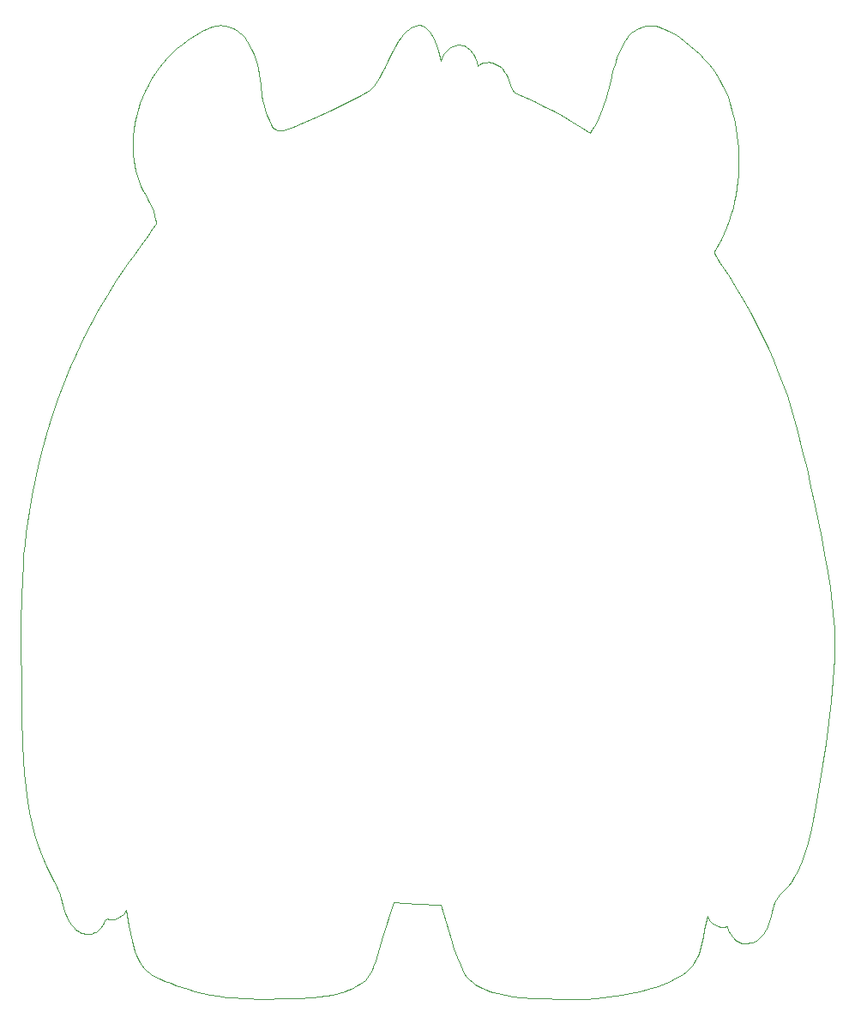
<source format=gbr>
%TF.GenerationSoftware,KiCad,Pcbnew,8.0.1*%
%TF.CreationDate,2024-04-02T10:26:23+02:00*%
%TF.ProjectId,Monster,4d6f6e73-7465-4722-9e6b-696361645f70,rev?*%
%TF.SameCoordinates,Original*%
%TF.FileFunction,Profile,NP*%
%FSLAX46Y46*%
G04 Gerber Fmt 4.6, Leading zero omitted, Abs format (unit mm)*
G04 Created by KiCad (PCBNEW 8.0.1) date 2024-04-02 10:26:23*
%MOMM*%
%LPD*%
G01*
G04 APERTURE LIST*
%TA.AperFunction,Profile*%
%ADD10C,0.100000*%
%TD*%
G04 APERTURE END LIST*
D10*
X33506700Y-29606000D02*
X33274000Y-30226000D01*
X95837700Y-109434300D02*
X95946000Y-109147800D01*
X62374900Y-24078020D02*
X62272700Y-23843980D01*
X80543200Y-25224500D02*
X80366200Y-25672900D01*
X67784500Y-117900800D02*
X68158800Y-118018200D01*
X25430900Y-108732800D02*
X25600500Y-109353500D01*
X61338700Y-22692000D02*
X61114100Y-22559690D01*
X21777900Y-74819800D02*
X21698500Y-75905600D01*
X95224400Y-111483200D02*
X95406700Y-110996300D01*
X21995100Y-72652900D02*
X21876200Y-73735500D01*
X35130900Y-26728700D02*
X34747300Y-27269160D01*
X90639400Y-43676200D02*
X90927900Y-43077100D01*
X90069700Y-111354000D02*
X90344200Y-111467700D01*
X89267500Y-110499500D02*
X89409800Y-110768000D01*
X63178700Y-25551220D02*
X63049800Y-25794430D01*
X65766000Y-24902270D02*
X65604900Y-24773650D01*
X26309500Y-111098300D02*
X26489700Y-111348900D01*
X43469600Y-23613230D02*
X43291500Y-23426790D01*
X67866500Y-26208570D02*
X67679100Y-26190510D01*
X58492500Y-24606140D02*
X58236500Y-25090880D01*
X90009200Y-45024200D02*
X89976800Y-44834700D01*
X25041600Y-107538600D02*
X25153000Y-107825800D01*
X28628700Y-112183100D02*
X28780900Y-112123000D01*
X90772600Y-28476120D02*
X90470400Y-27915800D01*
X43919100Y-24238380D02*
X43784300Y-24020610D01*
X83677700Y-22583460D02*
X83434700Y-22595300D01*
X30235300Y-110826500D02*
X30490800Y-110822600D01*
X27498800Y-112150700D02*
X27656800Y-112205700D01*
X89120300Y-111164100D02*
X89267500Y-110499500D01*
X90746300Y-46323000D02*
X90524800Y-45959100D01*
X96520000Y-57369900D02*
X96187800Y-56504100D01*
X28926300Y-112047500D02*
X29063700Y-111956900D01*
X27818500Y-112243500D02*
X27982200Y-112264300D01*
X101384100Y-78039900D02*
X101125200Y-76404200D01*
X79474300Y-28940910D02*
X79222000Y-29877000D01*
X60806600Y-22507330D02*
X60806600Y-22507330D01*
X21554200Y-79169900D02*
X21518000Y-81349700D01*
X30896400Y-47768400D02*
X30021000Y-49146000D01*
X82583900Y-117892400D02*
X83474800Y-117660200D01*
X50339800Y-118505400D02*
X50979500Y-118429900D01*
X30021000Y-49146000D02*
X29189900Y-50549900D01*
X100833500Y-74773000D02*
X100521300Y-73145100D01*
X87046400Y-24105030D02*
X86517500Y-23719340D01*
X21600400Y-90712200D02*
X21674900Y-93537900D01*
X38431600Y-23659690D02*
X37910200Y-24025270D01*
X91699900Y-30853000D02*
X91509200Y-30241900D01*
X90075800Y-45213100D02*
X90009200Y-45024200D01*
X54706400Y-117366400D02*
X54981900Y-117195700D01*
X89385100Y-26343960D02*
X88962000Y-25862150D01*
X39468100Y-118107800D02*
X40231200Y-118261000D01*
X29307900Y-111731400D02*
X29411900Y-111597100D01*
X42899000Y-23096310D02*
X42686500Y-22955440D01*
X62158000Y-23618800D02*
X62029200Y-23404370D01*
X36445300Y-25237800D02*
X35980700Y-25711420D01*
X33261000Y-115020800D02*
X33461400Y-115344900D01*
X90344200Y-111467700D02*
X90634500Y-111536400D01*
X101587500Y-88219500D02*
X101673500Y-87174500D01*
X87771600Y-115383600D02*
X87973100Y-115103700D01*
X64897700Y-115344500D02*
X65271000Y-116162700D01*
X32659900Y-113633000D02*
X32783600Y-113991600D01*
X33274000Y-30226000D02*
X33073700Y-30857200D01*
X21674900Y-93537900D02*
X21738300Y-94949100D01*
X47225900Y-118636500D02*
X48786500Y-118576900D01*
X70850700Y-118482500D02*
X72092800Y-118577200D01*
X33630600Y-38895600D02*
X33815300Y-39282600D01*
X45662300Y-118665900D02*
X47225900Y-118636500D01*
X93731200Y-113073500D02*
X93968800Y-112979900D01*
X32596100Y-35327700D02*
X32633000Y-35863200D01*
X62962800Y-109345200D02*
X63237900Y-110202000D01*
X52905900Y-118080600D02*
X53528800Y-117894500D01*
X98189000Y-62672800D02*
X97686500Y-60887800D01*
X44503000Y-25389090D02*
X44293400Y-24919080D01*
X68235100Y-26303860D02*
X68052500Y-26246740D01*
X29411900Y-111597100D02*
X29501900Y-111448700D01*
X32821900Y-36915600D02*
X32971800Y-37429000D01*
X27982200Y-112264300D02*
X28146500Y-112268400D01*
X32923900Y-114343100D02*
X33082400Y-114686500D01*
X31785500Y-110091700D02*
X31933500Y-109886200D01*
X26931400Y-111795900D02*
X27199200Y-111987800D01*
X94715400Y-53233500D02*
X94121700Y-52043600D01*
X94561100Y-112548600D02*
X94722600Y-112363200D01*
X67307400Y-26219230D02*
X67127000Y-26268290D01*
X36838300Y-117299200D02*
X37402200Y-117498800D01*
X26960200Y-54903200D02*
X26304000Y-56396500D01*
X87183200Y-115939700D02*
X87541500Y-115649700D01*
X91363200Y-111883100D02*
X91545200Y-112227400D01*
X34015700Y-39672000D02*
X34218900Y-40064900D01*
X60885700Y-22503560D02*
X60806600Y-22507330D01*
X88301000Y-114507900D02*
X88432500Y-114194600D01*
X43101000Y-23253950D02*
X42899000Y-23096310D01*
X25153000Y-107825800D02*
X25252900Y-108122000D01*
X59596600Y-23061870D02*
X59406300Y-23244920D01*
X37406400Y-24415960D02*
X36918700Y-24823040D01*
X101743300Y-86128400D02*
X101795600Y-85081200D01*
X66630800Y-26567880D02*
X66537200Y-26167660D01*
X30979800Y-110699000D02*
X31207300Y-110586700D01*
X70069300Y-28967870D02*
X69923400Y-28728670D01*
X29586000Y-111330200D02*
X29654100Y-111195800D01*
X66721400Y-117432800D02*
X67063700Y-117609800D01*
X52269100Y-118226100D02*
X52905900Y-118080600D01*
X61884500Y-23202590D02*
X61722300Y-23015330D01*
X99961900Y-99643200D02*
X100645900Y-95503700D01*
X81528600Y-23554720D02*
X81367200Y-23738050D01*
X88546100Y-113873100D02*
X88729500Y-113210300D01*
X94999800Y-111945700D02*
X95118000Y-111718800D01*
X57983500Y-25552690D02*
X57708400Y-26097240D01*
X79703500Y-27997170D02*
X79474300Y-28940910D01*
X66051900Y-25211730D02*
X65915100Y-25049170D01*
X93503500Y-50866600D02*
X92858800Y-49704200D01*
X69313400Y-118279900D02*
X70089100Y-118396200D01*
X83923100Y-22594170D02*
X83677700Y-22583460D01*
X92324200Y-37294200D02*
X92354600Y-36628900D01*
X63909700Y-24747880D02*
X63693600Y-24911170D01*
X100961800Y-93427800D02*
X101245700Y-91347800D01*
X64274700Y-113658000D02*
X64569000Y-114508200D01*
X85095600Y-22935170D02*
X84793200Y-22817260D01*
X83434700Y-22595300D02*
X83195100Y-22628720D01*
X74998600Y-31515600D02*
X74072900Y-31008200D01*
X61114100Y-22559690D02*
X60963300Y-22514140D01*
X31419400Y-110445700D02*
X31613200Y-110279400D01*
X65248800Y-24581750D02*
X65054600Y-24523710D01*
X32184200Y-45874700D02*
X31816500Y-46418400D01*
X68412300Y-26378810D02*
X68235100Y-26303860D01*
X90322600Y-44262400D02*
X90639400Y-43676200D01*
X101795600Y-85081200D02*
X101828900Y-84032800D01*
X58764300Y-24121540D02*
X58492500Y-24606140D01*
X60024100Y-22759260D02*
X59802000Y-22899020D01*
X21738300Y-94949100D02*
X21831200Y-96357900D01*
X26152300Y-110832600D02*
X26309500Y-111098300D01*
X87541500Y-115649700D02*
X87771600Y-115383600D01*
X23192400Y-103491800D02*
X23577700Y-104537200D01*
X65054600Y-24523710D02*
X64850100Y-24494450D01*
X95557100Y-110505900D02*
X95686000Y-110032800D01*
X69556500Y-27633640D02*
X69430700Y-27373910D01*
X90470400Y-27915800D02*
X90138700Y-27372520D01*
X44673000Y-25871410D02*
X44503000Y-25389090D01*
X44100200Y-118646200D02*
X44880800Y-118663300D01*
X33815300Y-39282600D02*
X34015700Y-39672000D01*
X69816800Y-28465930D02*
X69731900Y-28189370D01*
X33073700Y-30857200D02*
X32906700Y-31497800D01*
X83474800Y-117660200D02*
X84352400Y-117387700D01*
X39823100Y-22912700D02*
X39533900Y-23038660D01*
X46417200Y-32651600D02*
X46318300Y-32504300D01*
X28310000Y-112256100D02*
X28471200Y-112227500D01*
X39533900Y-23038660D02*
X38972300Y-23327910D01*
X64850100Y-24494450D02*
X64635800Y-24496580D01*
X44293400Y-24919080D02*
X44037500Y-24463410D01*
X62272700Y-23843980D02*
X62158000Y-23618800D01*
X90927900Y-43077100D02*
X91188500Y-42466300D01*
X41751200Y-22591420D02*
X41501000Y-22558190D01*
X38972300Y-23327910D02*
X38431600Y-23659690D01*
X80970400Y-24354570D02*
X80743300Y-24784620D01*
X86426300Y-116449700D02*
X86811100Y-116205800D01*
X88507300Y-25404300D02*
X88040500Y-24955560D01*
X34581700Y-40865100D02*
X34715500Y-41274500D01*
X66537200Y-26167660D02*
X66384500Y-25767150D01*
X91046200Y-29051730D02*
X90772600Y-28476120D01*
X70089100Y-118396200D02*
X70850700Y-118482500D01*
X77671800Y-33212400D02*
X76800900Y-32614100D01*
X34066700Y-28405770D02*
X33771300Y-28998740D01*
X30072600Y-110767300D02*
X30235300Y-110826500D01*
X32454500Y-112898700D02*
X32659900Y-113633000D01*
X96416400Y-108371200D02*
X96625900Y-108148800D01*
X90138700Y-27372520D02*
X89777200Y-26847990D01*
X34823500Y-42116800D02*
X34477700Y-42674100D01*
X92270100Y-37958000D02*
X92324200Y-37294200D01*
X59802000Y-22899020D02*
X59596600Y-23061870D01*
X24501400Y-106563500D02*
X24764900Y-107054500D01*
X34820500Y-41903000D02*
X34823500Y-42116800D01*
X34389900Y-116207200D02*
X34642100Y-116362400D01*
X92528000Y-113110100D02*
X92704000Y-113167100D01*
X54131100Y-117659300D02*
X54422600Y-117520600D01*
X79078100Y-30338900D02*
X78917600Y-30795000D01*
X85207200Y-117062600D02*
X85623200Y-116876500D01*
X94722600Y-112363200D02*
X94868500Y-112161400D01*
X92704000Y-113167100D02*
X92886900Y-113200500D01*
X95406700Y-110996300D02*
X95557100Y-110505900D01*
X41246100Y-22551260D02*
X40987600Y-22572180D01*
X29778700Y-110934500D02*
X29853400Y-110835000D01*
X65915100Y-25049170D02*
X65766000Y-24902270D01*
X96077700Y-108873300D02*
X96234100Y-108613600D01*
X33910600Y-115856200D02*
X34145700Y-116038900D01*
X92191800Y-38619100D02*
X92270100Y-37958000D01*
X74072900Y-31008200D02*
X73134500Y-30524000D01*
X47185200Y-32942200D02*
X47005800Y-32950800D01*
X22857000Y-102428900D02*
X23192400Y-103491800D01*
X89777200Y-26847990D02*
X89385100Y-26343960D01*
X60806600Y-22507330D02*
X60524800Y-22560530D01*
X92308400Y-34634800D02*
X92267800Y-33999500D01*
X101807700Y-82154800D02*
X101754700Y-81328400D01*
X100521300Y-73145100D02*
X99884000Y-69895700D01*
X30739900Y-110778900D02*
X30979800Y-110699000D01*
X93471300Y-113137600D02*
X93731200Y-113073500D01*
X65271000Y-116162700D02*
X65519400Y-116474000D01*
X101673500Y-87174500D02*
X101743300Y-86128400D01*
X63693600Y-24911170D02*
X63500000Y-25103530D01*
X72186300Y-30059200D02*
X70272100Y-29173810D01*
X30490800Y-110822600D02*
X30739900Y-110778900D01*
X86517500Y-23719340D02*
X85966200Y-23370780D01*
X34218900Y-40064900D02*
X34411800Y-40462300D01*
X81702900Y-23384110D02*
X81528600Y-23554720D01*
X88872300Y-112530500D02*
X88995600Y-111844800D01*
X95946000Y-109147800D02*
X96077700Y-108873300D01*
X55389900Y-29285240D02*
X55094700Y-29418200D01*
X55483000Y-116789200D02*
X55691000Y-116555600D01*
X79938700Y-27056230D02*
X79703500Y-27997170D01*
X93271200Y-113187800D02*
X93471300Y-113137600D01*
X44809700Y-26363990D02*
X44673000Y-25871410D01*
X23662800Y-64112400D02*
X23260700Y-65694900D01*
X29191300Y-111851400D02*
X29307900Y-111731400D01*
X54422600Y-117520600D02*
X54706400Y-117366400D01*
X37957000Y-117706500D02*
X38709800Y-117923700D01*
X29063700Y-111956900D02*
X29191300Y-111851400D01*
X56522000Y-114914000D02*
X56702000Y-114312900D01*
X90279900Y-45588500D02*
X90168700Y-45401300D01*
X35167200Y-116639200D02*
X35713200Y-116880300D01*
X56531100Y-28286610D02*
X56340500Y-28523080D01*
X24106500Y-62541100D02*
X23662800Y-64112400D01*
X83195100Y-22628720D02*
X82960100Y-22682730D01*
X45387700Y-29927900D02*
X45299900Y-29420600D01*
X101684200Y-80503900D02*
X101598000Y-79681000D01*
X99277900Y-102948000D02*
X99525100Y-101842100D01*
X82730600Y-22756340D02*
X82507700Y-22848580D01*
X45627300Y-30922100D02*
X45494600Y-30429000D01*
X34477700Y-42674100D02*
X34112400Y-43218500D01*
X95286500Y-54434500D02*
X94715400Y-53233500D01*
X66176100Y-25387330D02*
X66051900Y-25211730D01*
X38709800Y-117923700D02*
X39468100Y-118107800D01*
X48368200Y-32552200D02*
X47371000Y-32896000D01*
X65604900Y-24773650D02*
X65432400Y-24665940D01*
X57708400Y-26097240D02*
X57442400Y-26661560D01*
X97578100Y-107069000D02*
X97882000Y-106599900D01*
X64149000Y-24619710D02*
X63909700Y-24747880D01*
X82960100Y-22682730D02*
X82730600Y-22756340D01*
X91807300Y-40575100D02*
X91960900Y-39928800D01*
X40118100Y-22800640D02*
X39823100Y-22912700D01*
X51297700Y-31325600D02*
X50330600Y-31762100D01*
X69256000Y-27139230D02*
X69151200Y-26981180D01*
X40726500Y-22622560D02*
X40419200Y-22703560D01*
X97686500Y-60887800D02*
X97133400Y-59118900D01*
X34715500Y-41274500D02*
X34800500Y-41691400D01*
X59406300Y-23244920D02*
X59229500Y-23445290D01*
X59229500Y-23445290D02*
X59064700Y-23660110D01*
X63500000Y-25103530D02*
X63328600Y-25318900D01*
X33461400Y-115344900D02*
X33685500Y-115657700D01*
X75908900Y-32049700D02*
X74998600Y-31515600D01*
X24764900Y-107054500D02*
X25041600Y-107538600D01*
X96834800Y-58241700D02*
X96520000Y-57369900D01*
X95837000Y-55644800D02*
X95286500Y-54434500D01*
X28146500Y-112268400D02*
X28310000Y-112256100D01*
X86811100Y-116205800D02*
X87183200Y-115939700D01*
X33157300Y-37931300D02*
X33377200Y-38420800D01*
X26696000Y-111582200D02*
X26931400Y-111795900D01*
X101841900Y-82983200D02*
X101807700Y-82154800D01*
X27199200Y-111987800D02*
X27345700Y-112078100D01*
X21518000Y-81349700D02*
X21512600Y-83530600D01*
X49354400Y-32172600D02*
X48368200Y-32552200D01*
X68539800Y-118119400D02*
X69313400Y-118279900D01*
X99884000Y-69895700D02*
X99488400Y-68085300D01*
X92359700Y-113031700D02*
X92528000Y-113110100D01*
X81889000Y-23227210D02*
X81702900Y-23384110D01*
X88432500Y-114194600D02*
X88546100Y-113873100D01*
X56867800Y-113705400D02*
X57040200Y-113104300D01*
X23577700Y-104537200D02*
X24013800Y-105562100D01*
X80366200Y-25672900D02*
X80209000Y-26128530D01*
X82085900Y-23085000D02*
X81889000Y-23227210D01*
X65519400Y-116474000D02*
X65790700Y-116754900D01*
X82507700Y-22848580D02*
X82292500Y-22958460D01*
X24592300Y-60982300D02*
X24106500Y-62541100D01*
X92115400Y-32729700D02*
X92002400Y-32098600D01*
X47371000Y-32896000D02*
X47185200Y-32942200D01*
X21831200Y-96357900D02*
X21962500Y-97763400D01*
X21698500Y-75905600D02*
X21635900Y-76992700D01*
X26304000Y-56396500D02*
X25690700Y-57908500D01*
X66393700Y-117232500D02*
X66721400Y-117432800D01*
X42464500Y-22832930D02*
X42234000Y-22730370D01*
X35980700Y-25711420D02*
X35542300Y-26208920D01*
X62941300Y-26042480D02*
X62691700Y-25064980D01*
X62691700Y-25064980D02*
X62548300Y-24565120D01*
X94382400Y-112714900D02*
X94561100Y-112548600D01*
X62548300Y-24565120D02*
X62374900Y-24078020D01*
X64635800Y-24496580D02*
X64412000Y-24532720D01*
X42686500Y-22955440D02*
X42464500Y-22832930D01*
X25120200Y-59437600D02*
X24592300Y-60982300D01*
X55248200Y-117007300D02*
X55483000Y-116789200D01*
X22580600Y-68887000D02*
X22302000Y-70493600D01*
X56870700Y-27774890D02*
X56707100Y-28036440D01*
X32587700Y-34124100D02*
X32599100Y-34788600D01*
X22136400Y-71572200D02*
X21995100Y-72652900D01*
X25600500Y-109353500D02*
X25786800Y-109966400D01*
X55660000Y-29126920D02*
X55389900Y-29285240D01*
X35542300Y-26208920D02*
X35130900Y-26728700D01*
X41769900Y-118484300D02*
X42544200Y-118559000D01*
X22900100Y-67286900D02*
X22580600Y-68887000D01*
X88995600Y-111844800D02*
X89120300Y-111164100D01*
X91545200Y-112227400D02*
X91775300Y-112544900D01*
X73338400Y-118645600D02*
X74585900Y-118684000D01*
X29189900Y-50549900D02*
X28402900Y-51978300D01*
X92048500Y-112818600D02*
X92199700Y-112933800D01*
X33377200Y-38420800D02*
X33630600Y-38895600D01*
X26014800Y-110553800D02*
X26152300Y-110832600D01*
X22141300Y-99164600D02*
X22332300Y-100262300D01*
X45494600Y-30429000D02*
X45387700Y-29927900D01*
X32599100Y-34788600D02*
X32596100Y-35327700D01*
X92185600Y-48558300D02*
X91482100Y-47430700D01*
X65790700Y-116754900D02*
X66082900Y-117007100D01*
X63049800Y-25794430D02*
X62941300Y-26042480D01*
X25786800Y-109966400D02*
X25894100Y-110264400D01*
X34800500Y-41691400D02*
X34820500Y-41903000D01*
X97133400Y-59118900D02*
X96834800Y-58241700D01*
X60264500Y-22645470D02*
X60024100Y-22759260D01*
X32293600Y-112148500D02*
X32454500Y-112898700D01*
X68158800Y-118018200D02*
X68539800Y-118119400D01*
X81087000Y-24138960D02*
X80970400Y-24354570D01*
X40419200Y-22703560D02*
X40118100Y-22800640D01*
X98614800Y-105098800D02*
X98808600Y-104573400D01*
X56340500Y-28523080D02*
X56133100Y-28743510D01*
X60524800Y-22560530D02*
X60264500Y-22645470D01*
X35713200Y-116880300D02*
X36272800Y-117096700D01*
X66384500Y-25767150D02*
X66287100Y-25573350D01*
X61722300Y-23015330D02*
X61540900Y-22844510D01*
X40998700Y-118385700D02*
X41769900Y-118484300D01*
X80209000Y-26128530D02*
X79938700Y-27056230D01*
X72092800Y-118577200D02*
X73338400Y-118645600D01*
X32162700Y-111390900D02*
X32293600Y-112148500D01*
X68892800Y-26699260D02*
X68743100Y-26577650D01*
X70272100Y-29173810D02*
X70162500Y-29075610D01*
X43291500Y-23426790D02*
X43101000Y-23253950D01*
X62029200Y-23404370D02*
X61884500Y-23202590D01*
X92088900Y-39276400D02*
X92191800Y-38619100D01*
X92203700Y-33363800D02*
X92115400Y-32729700D01*
X98981900Y-104038600D02*
X99137400Y-103496200D01*
X69731900Y-28189370D02*
X69651000Y-27908700D01*
X76800900Y-32614100D02*
X75908900Y-32049700D01*
X87553800Y-24519780D02*
X87046400Y-24105030D01*
X25894100Y-110264400D02*
X26014800Y-110553800D01*
X101486600Y-89263400D02*
X101587500Y-88219500D01*
X96234100Y-108613600D02*
X96416400Y-108371200D01*
X58236500Y-25090880D02*
X57983500Y-25552690D01*
X66287100Y-25573350D02*
X66176100Y-25387330D01*
X93076200Y-113208100D02*
X93271200Y-113187800D01*
X78917600Y-30795000D02*
X78736900Y-31244000D01*
X28780900Y-112123000D02*
X28926300Y-112047500D01*
X33345000Y-44283100D02*
X32565100Y-45340000D01*
X92199700Y-112933800D02*
X92359700Y-113031700D01*
X101828900Y-84032800D02*
X101841900Y-82983200D01*
X91421600Y-41845000D02*
X91627700Y-41214200D01*
X98397600Y-105612900D02*
X98614800Y-105098800D01*
X56180500Y-115776900D02*
X56307300Y-115496500D01*
X97882000Y-106599900D02*
X98154300Y-106113900D01*
X66952800Y-26341990D02*
X66786800Y-26441470D01*
X36918700Y-24823040D02*
X36445300Y-25237800D01*
X43321200Y-118612200D02*
X44100200Y-118646200D01*
X64412000Y-24532720D02*
X64149000Y-24619710D01*
X29501900Y-111448700D02*
X29586000Y-111330200D01*
X91234300Y-111528800D02*
X91363200Y-111883100D01*
X34112400Y-43218500D02*
X33345000Y-44283100D01*
X44037500Y-24463410D02*
X43919100Y-24238380D01*
X34392300Y-27828720D02*
X34066700Y-28405770D01*
X101245700Y-91347800D02*
X101486600Y-89263400D01*
X53832900Y-117783600D02*
X54131100Y-117659300D01*
X74585900Y-118684000D02*
X75833800Y-118688200D01*
X90168700Y-45401300D02*
X90075800Y-45213100D01*
X21962500Y-97763400D02*
X22141300Y-99164600D01*
X43784300Y-24020610D02*
X43634200Y-23811700D01*
X30006200Y-110763500D02*
X30072600Y-110767300D01*
X92361800Y-35963100D02*
X92346200Y-35298100D01*
X86029900Y-116672700D02*
X86426300Y-116449700D01*
X82292500Y-22958460D02*
X82085900Y-23085000D01*
X69029500Y-26834150D02*
X68892800Y-26699260D01*
X31613200Y-110279400D02*
X31785500Y-110091700D01*
X32906700Y-31497800D02*
X32773900Y-32146500D01*
X55094700Y-29418200D02*
X53208600Y-30394300D01*
X51624700Y-118339700D02*
X52269100Y-118226100D01*
X85623200Y-116876500D02*
X86029900Y-116672700D01*
X73134500Y-30524000D02*
X72186300Y-30059200D01*
X44919800Y-26864790D02*
X44809700Y-26363990D01*
X25252900Y-108122000D02*
X25430900Y-108732800D01*
X92354600Y-36628900D02*
X92361800Y-35963100D01*
X78532200Y-31684500D02*
X78341800Y-32079900D01*
X32565100Y-45340000D02*
X32184200Y-45874700D01*
X75833800Y-118688200D02*
X77080700Y-118654300D01*
X33771300Y-28998740D02*
X33506700Y-29606000D01*
X78324800Y-118578400D02*
X79564900Y-118456400D01*
X91906800Y-112688300D02*
X92048500Y-112818600D01*
X31816500Y-46418400D02*
X30896400Y-47768400D01*
X89595500Y-111001600D02*
X89817800Y-111197800D01*
X92267800Y-33999500D02*
X92203700Y-33363800D01*
X56707100Y-28036440D02*
X56531100Y-28286610D01*
X53208600Y-30394300D02*
X52256700Y-30868000D01*
X81219600Y-23933130D02*
X81087000Y-24138960D01*
X41501000Y-22558190D02*
X41246100Y-22551260D01*
X46836100Y-32923900D02*
X46679300Y-32863600D01*
X56037200Y-116047900D02*
X56180500Y-115776900D01*
X66786800Y-26441470D02*
X66630800Y-26567880D01*
X21512600Y-83530600D02*
X21535300Y-87888500D01*
X81367200Y-23738050D02*
X81219600Y-23933130D01*
X32613600Y-33461200D02*
X32587700Y-34124100D01*
X33685500Y-115657700D02*
X33910600Y-115856200D01*
X40987600Y-22572180D02*
X40726500Y-22622560D01*
X32773900Y-32146500D02*
X32675900Y-32801400D01*
X64569000Y-114508200D02*
X64897700Y-115344500D01*
X46679300Y-32863600D02*
X46538600Y-32772200D01*
X63237900Y-110202000D02*
X63496400Y-111065900D01*
X91291500Y-29640900D02*
X91046200Y-29051730D01*
X48786500Y-118576900D02*
X50339800Y-118505400D01*
X91864100Y-31472500D02*
X91699900Y-30853000D01*
X61540900Y-22844510D02*
X61338700Y-22692000D01*
X81688900Y-118096400D02*
X82583900Y-117892400D01*
X32708600Y-36393100D02*
X32821900Y-36915600D01*
X80743300Y-24784620D02*
X80543200Y-25224500D01*
X52256700Y-30868000D02*
X51297700Y-31325600D01*
X55691000Y-116555600D02*
X55874900Y-116308000D01*
X91775300Y-112544900D02*
X91906800Y-112688300D01*
X95686000Y-110032800D02*
X95751500Y-109730100D01*
X91482100Y-47430700D02*
X90746300Y-46323000D01*
X99137400Y-103496200D02*
X99277900Y-102948000D01*
X101125200Y-76404200D02*
X100833500Y-74773000D01*
X43634200Y-23811700D02*
X43469600Y-23613230D01*
X88729500Y-113210300D02*
X88872300Y-112530500D01*
X89817800Y-111197800D02*
X90069700Y-111354000D01*
X69430700Y-27373910D02*
X69350600Y-27252830D01*
X63496400Y-111065900D02*
X64004700Y-112798100D01*
X93968800Y-112979900D02*
X94185400Y-112859500D01*
X98808600Y-104573400D02*
X98981900Y-104038600D01*
X67127000Y-26268290D02*
X66952800Y-26341990D01*
X92858800Y-49704200D02*
X92185600Y-48558300D01*
X45996000Y-31875700D02*
X45792200Y-31405000D01*
X78341800Y-32079900D02*
X78135800Y-32467800D01*
X79564900Y-118456400D02*
X80799300Y-118284400D01*
X78135800Y-32467800D02*
X77913000Y-32846000D01*
X88040500Y-24955560D02*
X87553800Y-24519780D01*
X34747300Y-27269160D02*
X34392300Y-27828720D01*
X87973100Y-115103700D02*
X88148700Y-114811400D01*
X77913000Y-32846000D02*
X77671800Y-33212400D01*
X24013800Y-105562100D02*
X24501400Y-106563500D01*
X63328600Y-25318900D02*
X63178700Y-25551220D01*
X95751500Y-109730100D02*
X95837700Y-109434300D01*
X42544200Y-118559000D02*
X43321200Y-118612200D01*
X34145700Y-116038900D02*
X34389900Y-116207200D01*
X28402900Y-51978300D02*
X27659800Y-53429900D01*
X77080700Y-118654300D02*
X78324800Y-118578400D01*
X22570600Y-101351400D02*
X22857000Y-102428900D01*
X26489700Y-111348900D02*
X26696000Y-111582200D01*
X94868500Y-112161400D02*
X94999800Y-111945700D01*
X67492100Y-26193690D02*
X67307400Y-26219230D01*
X98154300Y-106113900D02*
X98397600Y-105612900D01*
X37402200Y-117498800D02*
X37957000Y-117706500D01*
X101754700Y-81328400D02*
X101684200Y-80503900D01*
X32633000Y-35863200D02*
X32708600Y-36393100D01*
X22302000Y-70493600D02*
X22136400Y-71572200D01*
X54981900Y-117195700D02*
X55248200Y-117007300D01*
X31207300Y-110586700D02*
X31419400Y-110445700D01*
X89409800Y-110768000D02*
X89595500Y-111001600D01*
X21876200Y-73735500D02*
X21777900Y-74819800D01*
X31933500Y-109886200D02*
X32162700Y-111390900D01*
X56307300Y-115496500D02*
X56522000Y-114914000D01*
X92002400Y-32098600D02*
X91864100Y-31472500D01*
X56702000Y-114312900D02*
X56867800Y-113705400D01*
X67418800Y-117765200D02*
X67784500Y-117900800D01*
X69350600Y-27252830D02*
X69256000Y-27139230D01*
X57168800Y-27226990D02*
X56870700Y-27774890D01*
X80799300Y-118284400D02*
X81688900Y-118096400D01*
X78736900Y-31244000D02*
X78532200Y-31684500D01*
X98650400Y-64470000D02*
X98189000Y-62672800D01*
X70162500Y-29075610D02*
X70069300Y-28967870D01*
X32675900Y-32801400D02*
X32613600Y-33461200D01*
X66082900Y-117007100D02*
X66393700Y-117232500D01*
X57442400Y-26661560D02*
X57168800Y-27226990D01*
X46538600Y-32772200D02*
X46417200Y-32651600D01*
X89976800Y-44834700D02*
X90322600Y-44262400D01*
X60806600Y-22507330D02*
X60806600Y-22507330D01*
X90634500Y-111536400D02*
X90933500Y-111557600D01*
X21635900Y-76992700D02*
X21554200Y-79169900D01*
X99080400Y-66275500D02*
X98650400Y-64470000D01*
X46245100Y-32332100D02*
X45996000Y-31875700D01*
X85391800Y-23067400D02*
X85095600Y-22935170D01*
X53528800Y-117894500D02*
X53832900Y-117783600D01*
X84793200Y-22817260D02*
X84484700Y-22714680D01*
X67679100Y-26190510D02*
X67492100Y-26193690D01*
X45155800Y-28396090D02*
X45009800Y-27371760D01*
X97239700Y-107519400D02*
X97578100Y-107069000D01*
X96864000Y-107949200D02*
X97239700Y-107519400D01*
X25690700Y-57908500D02*
X25120200Y-59437600D01*
X85966200Y-23370780D02*
X85391800Y-23067400D01*
X84352400Y-117387700D02*
X84783200Y-117232500D01*
X32971800Y-37429000D02*
X33157300Y-37931300D01*
X90524800Y-45959100D02*
X90279900Y-45588500D01*
X57040200Y-113104300D02*
X57239900Y-112521800D01*
X23260700Y-65694900D02*
X22900100Y-67286900D01*
X94121700Y-52043600D02*
X93503500Y-50866600D01*
X28471200Y-112227500D02*
X28628700Y-112183100D01*
X41995900Y-22649330D02*
X41751200Y-22591420D01*
X90933500Y-111557600D02*
X91234300Y-111528800D01*
X96187800Y-56504100D02*
X95837000Y-55644800D01*
X46318300Y-32504300D02*
X46245100Y-32332100D01*
X60624300Y-109269700D02*
X62962800Y-109345200D01*
X68743100Y-26577650D02*
X68582300Y-26470450D01*
X100645900Y-95503700D02*
X100961800Y-93427800D01*
X58287000Y-109163600D02*
X60624300Y-109269700D01*
X45009800Y-27371760D02*
X44919800Y-26864790D01*
X57239900Y-112521800D02*
X58287000Y-109163600D01*
X36272800Y-117096700D02*
X36838300Y-117299200D01*
X68582300Y-26470450D02*
X68412300Y-26378810D01*
X33082400Y-114686500D02*
X33261000Y-115020800D01*
X69651000Y-27908700D02*
X69556500Y-27633640D01*
X27656800Y-112205700D02*
X27818500Y-112243500D01*
X99488400Y-68085300D02*
X99080400Y-66275500D01*
X60963300Y-22514140D02*
X60885700Y-22503560D01*
X21535300Y-87888500D02*
X21600400Y-90712200D01*
X69923400Y-28728670D02*
X69816800Y-28465930D01*
X95118000Y-111718800D02*
X95224400Y-111483200D01*
X69151200Y-26981180D02*
X69029500Y-26834150D01*
X84783200Y-117232500D02*
X85207200Y-117062600D01*
X92886900Y-113200500D02*
X93076200Y-113208100D01*
X65432400Y-24665940D02*
X65248800Y-24581750D01*
X59064700Y-23660110D02*
X58764300Y-24121540D01*
X50979500Y-118429900D02*
X51624700Y-118339700D01*
X40231200Y-118261000D02*
X40998700Y-118385700D01*
X55874900Y-116308000D02*
X56037200Y-116047900D01*
X44880800Y-118663300D02*
X45662300Y-118665900D01*
X34411800Y-40462300D02*
X34581700Y-40865100D01*
X56133100Y-28743510D02*
X55907000Y-28945560D01*
X45299900Y-29420600D02*
X45155800Y-28396090D01*
X42234000Y-22730370D02*
X41995900Y-22649330D01*
X22332300Y-100262300D02*
X22570600Y-101351400D01*
X29948300Y-110774700D02*
X30006200Y-110763500D01*
X64004700Y-112798100D02*
X64274700Y-113658000D01*
X55907000Y-28945560D02*
X55660000Y-29126920D01*
X91960900Y-39928800D02*
X92088900Y-39276400D01*
X92346200Y-35298100D02*
X92308400Y-34634800D01*
X96625900Y-108148800D02*
X96864000Y-107949200D01*
X47005800Y-32950800D02*
X46836100Y-32923900D01*
X101598000Y-79681000D02*
X101384100Y-78039900D01*
X91188500Y-42466300D02*
X91421600Y-41845000D01*
X94185400Y-112859500D02*
X94382400Y-112714900D01*
X99525100Y-101842100D02*
X99961900Y-99643200D01*
X29654100Y-111195800D02*
X29778700Y-110934500D01*
X68052500Y-26246740D02*
X67866500Y-26208570D01*
X34642100Y-116362400D02*
X35167200Y-116639200D01*
X88962000Y-25862150D02*
X88507300Y-25404300D01*
X79222000Y-29877000D02*
X79078100Y-30338900D01*
X29853400Y-110835000D02*
X29948300Y-110774700D01*
X84484700Y-22714680D02*
X84169900Y-22628420D01*
X27659800Y-53429900D02*
X26960200Y-54903200D01*
X91509200Y-30241900D02*
X91291500Y-29640900D01*
X32783600Y-113991600D02*
X32923900Y-114343100D01*
X45792200Y-31405000D02*
X45627300Y-30922100D01*
X84169900Y-22628420D02*
X83923100Y-22594170D01*
X91627700Y-41214200D02*
X91807300Y-40575100D01*
X50330600Y-31762100D02*
X49354400Y-32172600D01*
X37910200Y-24025270D02*
X37406400Y-24415960D01*
X27345700Y-112078100D02*
X27498800Y-112150700D01*
X67063700Y-117609800D02*
X67418800Y-117765200D01*
X88148700Y-114811400D02*
X88301000Y-114507900D01*
M02*

</source>
